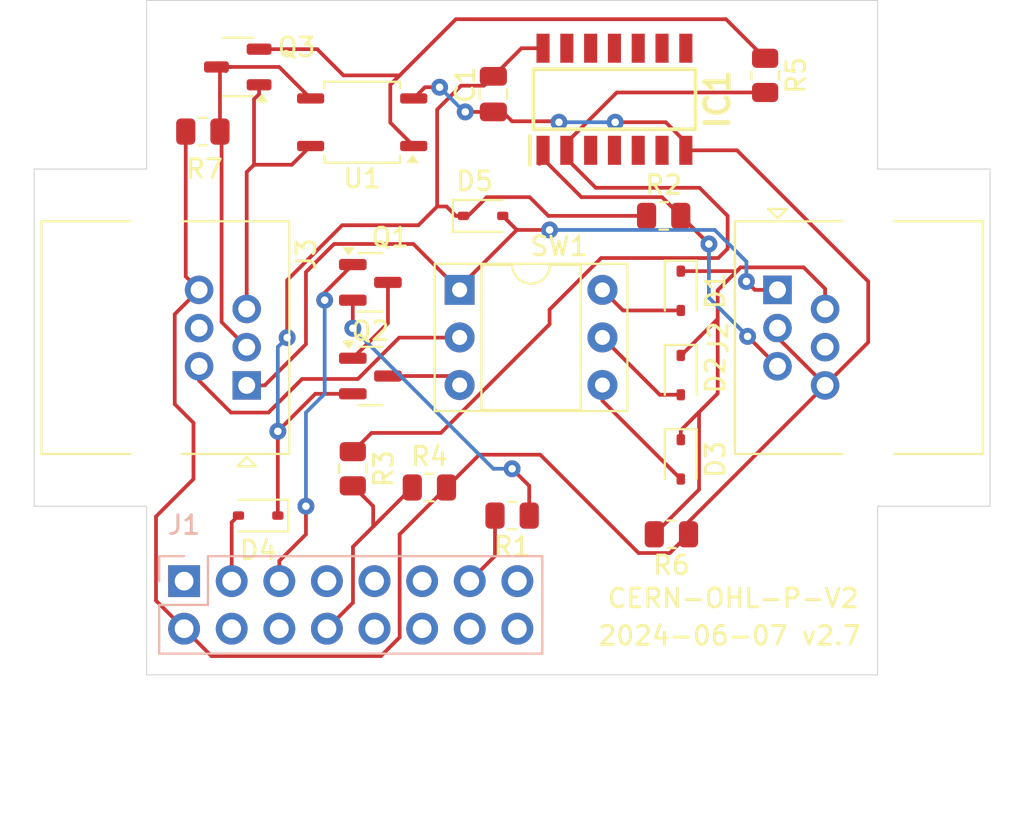
<source format=kicad_pcb>
(kicad_pcb (version 20240108) (generator "pcbnew") (generator_version "8.0")
  (layers (0 "F.Cu" signal) (31 "B.Cu" signal) (34 "B.Paste" user) (35 "F.Paste" user) (36 "B.SilkS" user "B.Silkscreen") (37 "F.SilkS" user "F.Silkscreen") (38 "B.Mask" user) (39 "F.Mask" user) (44 "Edge.Cuts" user))
  (net 0 "")
  (net 1 "VCC")
  (net 2 "meter_DATAOUT")
  (net 3 "m5_DATA_REQ")
  (net 6 "DATA_REQ")
  (net 7 "Net-(Q1-C)")
  (net 8 "+3.3V")
  (net 9 "Net-(Q1-E)")
  (net 10 "Reader_IN")
  (net 11 "EXT_DATA_GND")
  (net 19 "Net-(IC1-1Y)")
  (net 21 "METER_DATA_REQ")
  (net 34 "Net-(D1-A)")
  (net 35 "Net-(D3-A)")
  (net 36 "5V_METER")
  (net 38 "EXT_DATA_REQ")
  (net 39 "EXT_DATA")
  (net 40 "GND")
  (net 41 "Net-(D2-A)")
  (net 42 "Net-(Q3-B)")
  (net 43 "Net-(D4-A)")
  (footprint "Resistor_SMD:R_0805_2012Metric" (layer "F.Cu") (at 102 76.5 180)
    (property "Reference" "R1" (at 0 -1.65 180) (layer "F.SilkS") (effects (font (thickness 0.155))))
    (property "Value" "2k2")
    (fp_line (start -0.227064 0.735) (end 0.227064 0.735) (stroke (width 0.12)) (layer "F.SilkS"))
    (fp_line (start -0.227064 -0.735) (end 0.227064 -0.735) (stroke (width 0.12)) (layer "F.SilkS"))
    (pad "1" smd roundrect (at -0.9125 0 180) (size 1.025 1.4) (layers "F.Cu" "F.Paste" "F.Mask") (roundrect_rratio 0.243902) (net 9 "Net-(Q1-E)"))
    (pad "2" smd roundrect (at 0.9125 0 180) (size 1.025 1.4) (layers "F.Cu" "F.Paste" "F.Mask") (roundrect_rratio 0.243902) (net 3 "m5_DATA_REQ"))
  )
  (footprint "KiCad:SOIC127P600X175-14N" (layer "F.Cu") (at 107.46 54.275 90)
    (property "Reference" "IC1" (at 0 5.5 -90) (layer "F.SilkS") (effects (font (size 1.27 1.27) (thickness 0.254))))
    (property "Value" "74HC14D,653" (hide yes))
    (fp_line (start -3.5 -4.51) (end -1.95 -4.51) (stroke (width 0.2)) (layer "F.SilkS"))
    (fp_line (start 1.6 -4.325) (end 1.6 4.325) (stroke (width 0.2)) (layer "F.SilkS"))
    (fp_line (start -1.6 -4.325) (end 1.6 -4.325) (stroke (width 0.2)) (layer "F.SilkS"))
    (fp_line (start 1.6 4.325) (end -1.6 4.325) (stroke (width 0.2)) (layer "F.SilkS"))
    (fp_line (start -1.6 4.325) (end -1.6 -4.325) (stroke (width 0.2)) (layer "F.SilkS"))
    (pad "1" smd rect (at -2.725 -3.81 180) (size 0.7 1.55) (layers "F.Cu" "F.Paste" "F.Mask") (net 2 "meter_DATAOUT"))
    (pad "2" smd rect (at -2.725 -2.54 180) (size 0.7 1.55) (layers "F.Cu" "F.Paste" "F.Mask") (net 19 "Net-(IC1-1Y)"))
    (pad "3" smd rect (at -2.725 -1.27 180) (size 0.7 1.55) (layers "F.Cu" "F.Paste" "F.Mask"))
    (pad "4" smd rect (at -2.725 0 180) (size 0.7 1.55) (layers "F.Cu" "F.Paste" "F.Mask"))
    (pad "5" smd rect (at -2.725 1.27 180) (size 0.7 1.55) (layers "F.Cu" "F.Paste" "F.Mask"))
    (pad "6" smd rect (at -2.725 2.54 180) (size 0.7 1.55) (layers "F.Cu" "F.Paste" "F.Mask"))
    (pad "7" smd rect (at -2.725 3.81 180) (size 0.7 1.55) (layers "F.Cu" "F.Paste" "F.Mask") (net 40 "GND"))
    (pad "8" smd rect (at 2.725 3.81 180) (size 0.7 1.55) (layers "F.Cu" "F.Paste" "F.Mask"))
    (pad "9" smd rect (at 2.725 2.54 180) (size 0.7 1.55) (layers "F.Cu" "F.Paste" "F.Mask"))
    (pad "10" smd rect (at 2.725 1.27 180) (size 0.7 1.55) (layers "F.Cu" "F.Paste" "F.Mask"))
    (pad "11" smd rect (at 2.725 0 180) (size 0.7 1.55) (layers "F.Cu" "F.Paste" "F.Mask"))
    (pad "12" smd rect (at 2.725 -1.27 180) (size 0.7 1.55) (layers "F.Cu" "F.Paste" "F.Mask"))
    (pad "13" smd rect (at 2.725 -2.54 180) (size 0.7 1.55) (layers "F.Cu" "F.Paste" "F.Mask"))
    (pad "14" smd rect (at 2.725 -3.81 180) (size 0.7 1.55) (layers "F.Cu" "F.Paste" "F.Mask") (net 1 "VCC"))
  )
  (footprint "Connector_RJ:RJ25_Wayconn_MJEA-660X1_Horizontal" (layer "F.Cu") (at 87.84 69.55 -90)
    (property "Reference" "J3" (at -6.985 -3.175 90) (layer "F.SilkS") (effects (font (thickness 0.153))))
    (property "Value" "RJ12")
    (fp_line (start -8.76 10.95) (end 3.66 10.95) (stroke (width 0.12)) (layer "F.SilkS"))
    (fp_line (start -8.76 6.22) (end -8.76 10.95) (stroke (width 0.12)) (layer "F.SilkS"))
    (fp_line (start 3.66 6.22) (end 3.66 10.95) (stroke (width 0.12)) (layer "F.SilkS"))
    (fp_line (start 3.82 0) (end 4.32 0.5) (stroke (width 0.12)) (layer "F.SilkS"))
    (fp_line (start 4.32 -0.5) (end 4.32 0.5) (stroke (width 0.12)) (layer "F.SilkS"))
    (fp_line (start 4.32 -0.5) (end 3.82 0) (stroke (width 0.12)) (layer "F.SilkS"))
    (fp_line (start -8.76 -2.27) (end -8.76 3.47) (stroke (width 0.12)) (layer "F.SilkS"))
    (fp_line (start -8.76 -2.27) (end 3.66 -2.27) (stroke (width 0.12)) (layer "F.SilkS"))
    (fp_line (start 3.66 -2.27) (end 3.66 3.47) (stroke (width 0.12)) (layer "F.SilkS"))
    (pad "" np_thru_hole circle (at -8.55 4.84 270) (size 2.3 2.3) (drill 2.3) (layers "*.Cu" "*.Mask"))
    (pad "" np_thru_hole circle (at 3.45 4.84 270) (size 2.3 2.3) (drill 2.3) (layers "*.Cu" "*.Mask"))
    (pad "1" thru_hole rect (at 0 0 270) (size 1.52 1.52) (drill 0.9) (layers "*.Cu" "*.Mask") (net 36 "5V_METER"))
    (pad "2" thru_hole circle (at -1.02 2.54 270) (size 1.52 1.52) (drill 0.9) (layers "*.Cu" "*.Mask") (net 38 "EXT_DATA_REQ"))
    (pad "3" thru_hole circle (at -2.04 0 270) (size 1.52 1.52) (drill 0.9) (layers "*.Cu" "*.Mask") (net 11 "EXT_DATA_GND"))
    (pad "4" thru_hole circle (at -3.06 2.54 270) (size 1.52 1.52) (drill 0.9) (layers "*.Cu" "*.Mask"))
    (pad "5" thru_hole circle (at -4.08 0 270) (size 1.52 1.52) (drill 0.9) (layers "*.Cu" "*.Mask") (net 39 "EXT_DATA"))
    (pad "6" thru_hole circle (at -5.1 2.54 270) (size 1.52 1.52) (drill 0.9) (layers "*.Cu" "*.Mask") (net 40 "GND"))
  )
  (footprint "Diode_SMD:D_SOD-323" (layer "F.Cu") (at 100.45 60.5)
    (property "Reference" "D5" (at -0.45 -1.85 0) (layer "F.SilkS") (effects (font (thickness 0.153))))
    (property "Value" "1N5819WS")
    (fp_line (start -1.61 -0.85) (end -1.61 0.85) (stroke (width 0.12)) (layer "F.SilkS"))
    (fp_line (start -1.61 -0.85) (end 1.05 -0.85) (stroke (width 0.12)) (layer "F.SilkS"))
    (fp_line (start -1.61 0.85) (end 1.05 0.85) (stroke (width 0.12)) (layer "F.SilkS"))
    (pad "1" smd roundrect (at -1.05 0) (size 0.6 0.45) (layers "F.Cu" "F.Paste" "F.Mask") (net 1 "VCC"))
    (pad "2" smd roundrect (at 1.05 0) (size 0.6 0.45) (layers "F.Cu" "F.Paste" "F.Mask") (net 36 "5V_METER"))
  )
  (footprint "Resistor_SMD:R_0805_2012Metric" (layer "F.Cu") (at 85.5 56 180)
    (property "Reference" "R7" (at -0.0875 -2 180) (layer "F.SilkS") (effects (font (thickness 0.153))))
    (property "Value" "0")
    (fp_line (start -0.227064 0.735) (end 0.227064 0.735) (stroke (width 0.12)) (layer "F.SilkS"))
    (fp_line (start -0.227064 -0.735) (end 0.227064 -0.735) (stroke (width 0.12)) (layer "F.SilkS"))
    (pad "1" smd roundrect (at -0.9125 0 180) (size 1.025 1.4) (layers "F.Cu" "F.Paste" "F.Mask") (roundrect_rratio 0.243902) (net 11 "EXT_DATA_GND"))
    (pad "2" smd roundrect (at 0.9125 0 180) (size 1.025 1.4) (layers "F.Cu" "F.Paste" "F.Mask") (roundrect_rratio 0.243902) (net 40 "GND"))
  )
  (footprint "Capacitor_SMD:C_0805_2012Metric" (layer "F.Cu") (at 101 54 -90)
    (property "Reference" "C1" (at -0.5 1.5 90) (layer "F.SilkS") (effects (font (thickness 0.155))))
    (property "Value" "C_Small")
    (fp_line (start -0.261252 0.735) (end 0.261252 0.735) (stroke (width 0.12)) (layer "F.SilkS"))
    (fp_line (start -0.261252 -0.735) (end 0.261252 -0.735) (stroke (width 0.12)) (layer "F.SilkS"))
    (pad "1" smd roundrect (at -0.95 0 270) (size 1 1.45) (layers "F.Cu" "F.Paste" "F.Mask") (net 1 "VCC"))
    (pad "2" smd roundrect (at 0.95 0 270) (size 1 1.45) (layers "F.Cu" "F.Paste" "F.Mask") (net 40 "GND"))
  )
  (footprint "Package_SO:SOP-4_3.8x4.1mm_P2.54mm" (layer "F.Cu") (at 94 55.5 180)
    (property "Reference" "U1" (at 0 -3 180) (layer "F.SilkS") (effects (font (thickness 0.153))))
    (property "Value" "EL357N-G")
    (fp_line (start 2.01 2.16) (end 2.01 1.805) (stroke (width 0.12)) (layer "F.SilkS"))
    (fp_line (start 2.01 -2.16) (end 2.01 -1.805) (stroke (width 0.12)) (layer "F.SilkS"))
    (fp_line (start 0 2.16) (end 2.01 2.16) (stroke (width 0.12)) (layer "F.SilkS"))
    (fp_line (start 0 2.16) (end -2.01 2.16) (stroke (width 0.12)) (layer "F.SilkS"))
    (fp_line (start 0 -2.16) (end 2.01 -2.16) (stroke (width 0.12)) (layer "F.SilkS"))
    (fp_line (start 0 -2.16) (end -2.01 -2.16) (stroke (width 0.12)) (layer "F.SilkS"))
    (fp_line (start -2.01 2.16) (end -2.01 1.805) (stroke (width 0.12)) (layer "F.SilkS"))
    (fp_line (start -2.01 -2.16) (end -2.01 -1.805) (stroke (width 0.12)) (layer "F.SilkS"))
    (fp_poly (pts (xy -2.6875 -1.805) (xy -2.9275 -2.135) (xy -2.4475 -2.135) (xy -2.6875 -1.805)) (stroke (width 0.12)) (fill solid) (layer "F.SilkS"))
    (pad "1" smd roundrect (at -2.75 -1.27 180) (size 1.45 0.55) (layers "F.Cu" "F.Paste" "F.Mask") (net 42 "Net-(Q3-B)"))
    (pad "2" smd roundrect (at -2.75 1.27 180) (size 1.45 0.55) (layers "F.Cu" "F.Paste" "F.Mask") (net 40 "GND"))
    (pad "3" smd roundrect (at 2.75 1.27 180) (size 1.45 0.55) (layers "F.Cu" "F.Paste" "F.Mask") (net 11 "EXT_DATA_GND"))
    (pad "4" smd roundrect (at 2.75 -1.27 180) (size 1.45 0.55) (layers "F.Cu" "F.Paste" "F.Mask") (net 39 "EXT_DATA"))
  )
  (footprint "Package_TO_SOT_SMD:SOT-23" (layer "F.Cu") (at 94.4375 64.05)
    (property "Reference" "Q1" (at 1.0625 -2.4 0) (layer "F.SilkS") (effects (font (thickness 0.153))))
    (property "Value" "MMBT3904")
    (fp_line (start 0 -1.56) (end -0.65 -1.56) (stroke (width 0.12)) (layer "F.SilkS"))
    (fp_line (start 0 -1.56) (end 0.65 -1.56) (stroke (width 0.12)) (layer "F.SilkS"))
    (fp_line (start 0 1.56) (end -0.65 1.56) (stroke (width 0.12)) (layer "F.SilkS"))
    (fp_line (start 0 1.56) (end 0.65 1.56) (stroke (width 0.12)) (layer "F.SilkS"))
    (fp_poly (pts (xy -1.1625 -1.51) (xy -1.4025 -1.84) (xy -0.9225 -1.84) (xy -1.1625 -1.51)) (stroke (width 0.12)) (fill solid) (layer "F.SilkS"))
    (pad "1" smd roundrect (at -0.9375 -0.95) (size 1.475 0.6) (layers "F.Cu" "F.Paste" "F.Mask") (net 8 "+3.3V"))
    (pad "2" smd roundrect (at -0.9375 0.95) (size 1.475 0.6) (layers "F.Cu" "F.Paste" "F.Mask") (net 9 "Net-(Q1-E)"))
    (pad "3" smd roundrect (at 0.9375 0) (size 1.475 0.6) (layers "F.Cu" "F.Paste" "F.Mask") (net 7 "Net-(Q1-C)"))
  )
  (footprint "Resistor_SMD:R_0805_2012Metric" (layer "F.Cu") (at 93.5 74 -90)
    (property "Reference" "R3" (at 0 -1.65 90) (layer "F.SilkS") (effects (font (thickness 0.155))))
    (property "Value" "1k")
    (fp_line (start -0.227064 0.735) (end 0.227064 0.735) (stroke (width 0.12)) (layer "F.SilkS"))
    (fp_line (start -0.227064 -0.735) (end 0.227064 -0.735) (stroke (width 0.12)) (layer "F.SilkS"))
    (pad "1" smd roundrect (at -0.9125 0 270) (size 1.025 1.4) (layers "F.Cu" "F.Paste" "F.Mask") (roundrect_rratio 0.243902) (net 19 "Net-(IC1-1Y)"))
    (pad "2" smd roundrect (at 0.9125 0 270) (size 1.025 1.4) (layers "F.Cu" "F.Paste" "F.Mask") (roundrect_rratio 0.243902) (net 10 "Reader_IN"))
  )
  (footprint "Connector_RJ:RJ25_Wayconn_MJEA-660X1_Horizontal" (layer "F.Cu") (at 116.16 64.45 90)
    (property "Reference" "J2" (at -2.55 -3.16 -90) (layer "F.SilkS") (effects (font (thickness 0.155))))
    (property "Value" "RJ12")
    (fp_line (start 3.66 -2.27) (end 3.66 3.47) (stroke (width 0.12)) (layer "F.SilkS"))
    (fp_line (start -8.76 -2.27) (end 3.66 -2.27) (stroke (width 0.12)) (layer "F.SilkS"))
    (fp_line (start -8.76 -2.27) (end -8.76 3.47) (stroke (width 0.12)) (layer "F.SilkS"))
    (fp_line (start 4.32 -0.5) (end 3.82 0) (stroke (width 0.12)) (layer "F.SilkS"))
    (fp_line (start 4.32 -0.5) (end 4.32 0.5) (stroke (width 0.12)) (layer "F.SilkS"))
    (fp_line (start 3.82 0) (end 4.32 0.5) (stroke (width 0.12)) (layer "F.SilkS"))
    (fp_line (start 3.66 6.22) (end 3.66 10.95) (stroke (width 0.12)) (layer "F.SilkS"))
    (fp_line (start -8.76 6.22) (end -8.76 10.95) (stroke (width 0.12)) (layer "F.SilkS"))
    (fp_line (start -8.76 10.95) (end 3.66 10.95) (stroke (width 0.12)) (layer "F.SilkS"))
    (pad "" np_thru_hole circle (at -8.55 4.84 90) (size 2.3 2.3) (drill 2.3) (layers "*.Cu" "*.Mask"))
    (pad "" np_thru_hole circle (at 3.45 4.84 90) (size 2.3 2.3) (drill 2.3) (layers "*.Cu" "*.Mask"))
    (pad "1" thru_hole rect (at 0 0 90) (size 1.52 1.52) (drill 0.9) (layers "*.Cu" "*.Mask") (net 36 "5V_METER"))
    (pad "2" thru_hole circle (at -1.02 2.54 90) (size 1.52 1.52) (drill 0.9) (layers "*.Cu" "*.Mask") (net 21 "METER_DATA_REQ"))
    (pad "3" thru_hole circle (at -2.04 0 90) (size 1.52 1.52) (drill 0.9) (layers "*.Cu" "*.Mask") (net 40 "GND"))
    (pad "4" thru_hole circle (at -3.06 2.54 90) (size 1.52 1.52) (drill 0.9) (layers "*.Cu" "*.Mask"))
    (pad "5" thru_hole circle (at -4.08 0 90) (size 1.52 1.52) (drill 0.9) (layers "*.Cu" "*.Mask") (net 2 "meter_DATAOUT"))
    (pad "6" thru_hole circle (at -5.1 2.54 90) (size 1.52 1.52) (drill 0.9) (layers "*.Cu" "*.Mask") (net 40 "GND"))
  )
  (footprint "Diode_SMD:D_SOD-323" (layer "F.Cu") (at 88.45 76.5 180)
    (property "Reference" "D4" (at 0 -1.85 180) (layer "F.SilkS") (effects (font (thickness 0.153))))
    (property "Value" "1N5819WS")
    (fp_line (start -1.61 0.85) (end 1.05 0.85) (stroke (width 0.12)) (layer "F.SilkS"))
    (fp_line (start -1.61 -0.85) (end 1.05 -0.85) (stroke (width 0.12)) (layer "F.SilkS"))
    (fp_line (start -1.61 -0.85) (end -1.61 0.85) (stroke (width 0.12)) (layer "F.SilkS"))
    (pad "1" smd roundrect (at -1.05 0 180) (size 0.6 0.45) (layers "F.Cu" "F.Paste" "F.Mask") (net 1 "VCC"))
    (pad "2" smd roundrect (at 1.05 0 180) (size 0.6 0.45) (layers "F.Cu" "F.Paste" "F.Mask") (net 43 "Net-(D4-A)"))
  )
  (footprint "Package_TO_SOT_SMD:SOT-23" (layer "F.Cu") (at 94.4375 69.05)
    (property "Reference" "Q2" (at 0 -2.4 0) (layer "F.SilkS") (effects (font (thickness 0.155))))
    (property "Value" "MMBT5401")
    (fp_line (start 0 -1.56) (end -0.65 -1.56) (stroke (width 0.12)) (layer "F.SilkS"))
    (fp_line (start 0 -1.56) (end 0.65 -1.56) (stroke (width 0.12)) (layer "F.SilkS"))
    (fp_line (start 0 1.56) (end -0.65 1.56) (stroke (width 0.12)) (layer "F.SilkS"))
    (fp_line (start 0 1.56) (end 0.65 1.56) (stroke (width 0.12)) (layer "F.SilkS"))
    (fp_poly (pts (xy -1.1625 -1.51) (xy -1.4025 -1.84) (xy -0.9225 -1.84) (xy -1.1625 -1.51)) (stroke (width 0.12)) (fill solid) (layer "F.SilkS"))
    (pad "1" smd roundrect (at -0.9375 -0.95) (size 1.475 0.6) (layers "F.Cu" "F.Paste" "F.Mask") (net 7 "Net-(Q1-C)"))
    (pad "2" smd roundrect (at -0.9375 0.95) (size 1.475 0.6) (layers "F.Cu" "F.Paste" "F.Mask") (net 1 "VCC"))
    (pad "3" smd roundrect (at 0.9375 0) (size 1.475 0.6) (layers "F.Cu" "F.Paste" "F.Mask") (net 6 "DATA_REQ"))
  )
  (footprint "Resistor_SMD:R_0805_2012Metric" (layer "F.Cu") (at 115.5 53 -90)
    (property "Reference" "R5" (at 0 -1.65 90) (layer "F.SilkS") (effects (font (thickness 0.153))))
    (property "Value" "680")
    (fp_line (start -0.227064 0.735) (end 0.227064 0.735) (stroke (width 0.12)) (layer "F.SilkS"))
    (fp_line (start -0.227064 -0.735) (end 0.227064 -0.735) (stroke (width 0.12)) (layer "F.SilkS"))
    (pad "1" smd roundrect (at -0.9125 0 270) (size 1.025 1.4) (layers "F.Cu" "F.Paste" "F.Mask") (roundrect_rratio 0.243902) (net 42 "Net-(Q3-B)"))
    (pad "2" smd roundrect (at 0.9125 0 270) (size 1.025 1.4) (layers "F.Cu" "F.Paste" "F.Mask") (roundrect_rratio 0.243902) (net 19 "Net-(IC1-1Y)"))
  )
  (footprint "Resistor_SMD:R_0805_2012Metric" (layer "F.Cu") (at 97.5875 75)
    (property "Reference" "R4" (at 0 -1.65 0) (layer "F.SilkS") (effects (font (thickness 0.155))))
    (property "Value" "2k2")
    (fp_line (start -0.227064 -0.735) (end 0.227064 -0.735) (stroke (width 0.12)) (layer "F.SilkS"))
    (fp_line (start -0.227064 0.735) (end 0.227064 0.735) (stroke (width 0.12)) (layer "F.SilkS"))
    (pad "1" smd roundrect (at -0.9125 0) (size 1.025 1.4) (layers "F.Cu" "F.Paste" "F.Mask") (roundrect_rratio 0.243902) (net 10 "Reader_IN"))
    (pad "2" smd roundrect (at 0.9125 0) (size 1.025 1.4) (layers "F.Cu" "F.Paste" "F.Mask") (roundrect_rratio 0.243902) (net 40 "GND"))
  )
  (footprint "Package_DIP:DIP-6_W7.62mm_Socket" (layer "F.Cu") (at 99.2 64.45)
    (property "Reference" "SW1" (at 5.3 -2.33 0) (layer "F.SilkS") (effects (font (thickness 0.153))))
    (property "Value" "KF1001-03P-R0-GL-DFT-01B")
    (fp_line (start -1.33 -1.39) (end -1.33 6.47) (stroke (width 0.12)) (layer "F.SilkS"))
    (fp_line (start -1.33 6.47) (end 8.95 6.47) (stroke (width 0.12)) (layer "F.SilkS"))
    (fp_line (start 1.16 -1.33) (end 1.16 6.41) (stroke (width 0.12)) (layer "F.SilkS"))
    (fp_line (start 1.16 6.41) (end 6.46 6.41) (stroke (width 0.12)) (layer "F.SilkS"))
    (fp_line (start 2.81 -1.33) (end 1.16 -1.33) (stroke (width 0.12)) (layer "F.SilkS"))
    (fp_line (start 6.46 -1.33) (end 4.81 -1.33) (stroke (width 0.12)) (layer "F.SilkS"))
    (fp_line (start 6.46 6.41) (end 6.46 -1.33) (stroke (width 0.12)) (layer "F.SilkS"))
    (fp_line (start 8.95 -1.39) (end -1.33 -1.39) (stroke (width 0.12)) (layer "F.SilkS"))
    (fp_line (start 8.95 6.47) (end 8.95 -1.39) (stroke (width 0.12)) (layer "F.SilkS"))
    (fp_arc (start 4.81 -1.33) (mid 3.81 -0.33) (end 2.81 -1.33) (stroke (width 0.12)) (layer "F.SilkS"))
    (pad "1" thru_hole rect (at 0 0) (size 1.6 1.6) (drill 0.8) (layers "*.Cu" "*.Mask") (net 36 "5V_METER"))
    (pad "2" thru_hole oval (at 0 2.54) (size 1.6 1.6) (drill 0.8) (layers "*.Cu" "*.Mask") (net 38 "EXT_DATA_REQ"))
    (pad "3" thru_hole oval (at 0 5.08) (size 1.6 1.6) (drill 0.8) (layers "*.Cu" "*.Mask") (net 6 "DATA_REQ"))
    (pad "4" thru_hole oval (at 7.62 5.08) (size 1.6 1.6) (drill 0.8) (layers "*.Cu" "*.Mask") (net 35 "Net-(D3-A)"))
    (pad "5" thru_hole oval (at 7.62 2.54) (size 1.6 1.6) (drill 0.8) (layers "*.Cu" "*.Mask") (net 41 "Net-(D2-A)"))
    (pad "6" thru_hole oval (at 7.62 0) (size 1.6 1.6) (drill 0.8) (layers "*.Cu" "*.Mask") (net 34 "Net-(D1-A)"))
  )
  (footprint "Diode_SMD:D_SOD-323" (layer "F.Cu") (at 111 64.5 -90)
    (property "Reference" "D1" (at 0 -1.85 90) (layer "F.SilkS") (effects (font (thickness 0.153))))
    (property "Value" "1N5819WS")
    (fp_line (start -1.61 0.85) (end 1.05 0.85) (stroke (width 0.12)) (layer "F.SilkS"))
    (fp_line (start -1.61 -0.85) (end -1.61 0.85) (stroke (width 0.12)) (layer "F.SilkS"))
    (fp_line (start -1.61 -0.85) (end 1.05 -0.85) (stroke (width 0.12)) (layer "F.SilkS"))
    (pad "1" smd roundrect (at -1.05 0 270) (size 0.6 0.45) (layers "F.Cu" "F.Paste" "F.Mask") (net 21 "METER_DATA_REQ"))
    (pad "2" smd roundrect (at 1.05 0 270) (size 0.6 0.45) (layers "F.Cu" "F.Paste" "F.Mask") (net 34 "Net-(D1-A)"))
  )
  (footprint "Diode_SMD:D_SOD-323" (layer "F.Cu") (at 111 69 -90)
    (property "Reference" "D2" (at 0 -1.85 90) (layer "F.SilkS") (effects (font (thickness 0.153))))
    (property "Value" "1N5819WS")
    (fp_line (start -1.61 0.85) (end 1.05 0.85) (stroke (width 0.12)) (layer "F.SilkS"))
    (fp_line (start -1.61 -0.85) (end -1.61 0.85) (stroke (width 0.12)) (layer "F.SilkS"))
    (fp_line (start -1.61 -0.85) (end 1.05 -0.85) (stroke (width 0.12)) (layer "F.SilkS"))
    (pad "1" smd roundrect (at -1.05 0 270) (size 0.6 0.45) (layers "F.Cu" "F.Paste" "F.Mask") (net 21 "METER_DATA_REQ"))
    (pad "2" smd roundrect (at 1.05 0 270) (size 0.6 0.45) (layers "F.Cu" "F.Paste" "F.Mask") (net 41 "Net-(D2-A)"))
  )
  (footprint "Package_TO_SOT_SMD:SOT-23-3" (layer "F.Cu") (at 87.3625 52.55 180)
    (property "Reference" "Q3" (at -3.1375 1.05 180) (layer "F.SilkS") (effects (font (thickness 0.153))))
    (property "Value" "TBC847_E_20160525")
    (fp_line (start 0 1.56) (end 0.8 1.56) (stroke (width 0.12)) (layer "F.SilkS"))
    (fp_line (start 0 1.56) (end -0.8 1.56) (stroke (width 0.12)) (layer "F.SilkS"))
    (fp_line (start 0 -1.56) (end 0.8 -1.56) (stroke (width 0.12)) (layer "F.SilkS"))
    (fp_line (start 0 -1.56) (end -0.8 -1.56) (stroke (width 0.12)) (layer "F.SilkS"))
    (fp_poly (pts (xy -1.3 -1.51) (xy -1.54 -1.84) (xy -1.06 -1.84) (xy -1.3 -1.51)) (stroke (width 0.12)) (fill solid) (layer "F.SilkS"))
    (pad "1" smd roundrect (at -1.1375 -0.95 180) (size 1.325 0.6) (layers "F.Cu" "F.Paste" "F.Mask") (net 39 "EXT_DATA"))
    (pad "2" smd roundrect (at -1.1375 0.95 180) (size 1.325 0.6) (layers "F.Cu" "F.Paste" "F.Mask") (net 42 "Net-(Q3-B)"))
    (pad "3" smd roundrect (at 1.1375 0 180) (size 1.325 0.6) (layers "F.Cu" "F.Paste" "F.Mask") (net 11 "EXT_DATA_GND"))
  )
  (footprint "Diode_SMD:D_SOD-323" (layer "F.Cu") (at 111 73.5 -90)
    (property "Reference" "D3" (at 0 -1.85 90) (layer "F.SilkS") (effects (font (thickness 0.153))))
    (property "Value" "1N5819WS")
    (fp_line (start -1.61 0.85) (end 1.05 0.85) (stroke (width 0.12)) (layer "F.SilkS"))
    (fp_line (start -1.61 -0.85) (end -1.61 0.85) (stroke (width 0.12)) (layer "F.SilkS"))
    (fp_line (start -1.61 -0.85) (end 1.05 -0.85) (stroke (width 0.12)) (layer "F.SilkS"))
    (pad "1" smd roundrect (at -1.05 0 270) (size 0.6 0.45) (layers "F.Cu" "F.Paste" "F.Mask") (net 21 "METER_DATA_REQ"))
    (pad "2" smd roundrect (at 1.05 0 270) (size 0.6 0.45) (layers "F.Cu" "F.Paste" "F.Mask") (net 35 "Net-(D3-A)"))
  )
  (footprint "Resistor_SMD:R_0805_2012Metric" (layer "F.Cu") (at 110.5 77.5 180)
    (property "Reference" "R6" (at 0 -1.65 180) (layer "F.SilkS") (effects (font (thickness 0.153))))
    (property "Value" "10k")
    (fp_line (start -0.227064 0.735) (end 0.227064 0.735) (stroke (width 0.12)) (layer "F.SilkS"))
    (fp_line (start -0.227064 -0.735) (end 0.227064 -0.735) (stroke (width 0.12)) (layer "F.SilkS"))
    (pad "1" smd roundrect (at -0.9125 0 180) (size 1.025 1.4) (layers "F.Cu" "F.Paste" "F.Mask") (roundrect_rratio 0.243902) (net 40 "GND"))
    (pad "2" smd roundrect (at 0.9125 0 180) (size 1.025 1.4) (layers "F.Cu" "F.Paste" "F.Mask") (roundrect_rratio 0.243902) (net 21 "METER_DATA_REQ"))
  )
  (footprint "Resistor_SMD:R_0805_2012Metric" (layer "F.Cu") (at 110.0875 60.5)
    (property "Reference" "R2" (at 0 -1.65 0) (layer "F.SilkS") (effects (font (thickness 0.155))))
    (property "Value" "1k")
    (fp_line (start -0.227064 -0.735) (end 0.227064 -0.735) (stroke (width 0.12)) (layer "F.SilkS"))
    (fp_line (start -0.227064 0.735) (end 0.227064 0.735) (stroke (width 0.12)) (layer "F.SilkS"))
    (pad "1" smd roundrect (at -0.9125 0) (size 1.025 1.4) (layers "F.Cu" "F.Paste" "F.Mask") (roundrect_rratio 0.243902) (net 1 "VCC"))
    (pad "2" smd roundrect (at 0.9125 0) (size 1.025 1.4) (layers "F.Cu" "F.Paste" "F.Mask") (roundrect_rratio 0.243902) (net 2 "meter_DATAOUT"))
  )
  (footprint "Connector_PinHeader_2.54mm:PinHeader_2x08_P2.54mm_Vertical" (layer "B.Cu") (at 84.5 80 -90)
    (property "Reference" "J1" (at -3 0 180) (layer "B.SilkS") (effects (font (thickness 0.155))))
    (property "Value" "Conn_02x08_Counter_Clockwise")
    (fp_line (start -1.33 1.33) (end -1.33 0) (stroke (width 0.12)) (layer "B.SilkS"))
    (fp_line (start 0 1.33) (end -1.33 1.33) (stroke (width 0.12)) (layer "B.SilkS"))
    (fp_line (start 1.27 1.33) (end 1.27 -1.27) (stroke (width 0.12)) (layer "B.SilkS"))
    (fp_line (start 3.87 1.33) (end 1.27 1.33) (stroke (width 0.12)) (layer "B.SilkS"))
    (fp_line (start 1.27 -1.27) (end -1.33 -1.27) (stroke (width 0.12)) (layer "B.SilkS"))
    (fp_line (start -1.33 -19.11) (end -1.33 -1.27) (stroke (width 0.12)) (layer "B.SilkS"))
    (fp_line (start 3.87 -19.11) (end 3.87 1.33) (stroke (width 0.12)) (layer "B.SilkS"))
    (fp_line (start 3.87 -19.11) (end -1.33 -19.11) (stroke (width 0.12)) (layer "B.SilkS"))
    (pad "3V3" thru_hole oval (at 0 -5.08 270) (size 1.7 1.7) (drill 1) (layers "*.Cu" "*.Mask") (net 8 "+3.3V"))
    (pad "5VIN" thru_hole oval (at 2.54 -2.54 270) (size 1.7 1.7) (drill 1) (layers "*.Cu" "*.Mask"))
    (pad "5VOUT" thru_hole oval (at 0 -2.54 270) (size 1.7 1.7) (drill 1) (layers "*.Cu" "*.Mask") (net 43 "Net-(D4-A)"))
    (pad "BAT" thru_hole rect (at 0 0 270) (size 1.7 1.7) (drill 1) (layers "*.Cu" "*.Mask"))
    (pad "G13" thru_hole oval (at 2.54 -7.62 270) (size 1.7 1.7) (drill 1) (layers "*.Cu" "*.Mask") (net 10 "Reader_IN"))
    (pad "G14" thru_hole oval (at 0 -7.62 270) (size 1.7 1.7) (drill 1) (layers "*.Cu" "*.Mask"))
    (pad "G18" thru_hole oval (at 2.54 -12.7 270) (size 1.7 1.7) (drill 1) (layers "*.Cu" "*.Mask"))
    (pad "G21" thru_hole oval (at 2.54 -10.16 270) (size 1.7 1.7) (drill 1) (layers "*.Cu" "*.Mask"))
    (pad "G22" thru_hole oval (at 0 -10.16 270) (size 1.7 1.7) (drill 1) (layers "*.Cu" "*.Mask"))
    (pad "G23" thru_hole oval (at 2.54 -17.78 270) (size 1.7 1.7) (drill 1) (layers "*.Cu" "*.Mask"))
    (pad "G25" thru_hole oval (at 0 -17.78 270) (size 1.7 1.7) (drill 1) (layers "*.Cu" "*.Mask"))
    (pad "G26" thru_hole oval (at 0 -15.24 270) (size 1.7 1.7) (drill 1) (layers "*.Cu" "*.Mask") (net 3 "m5_DATA_REQ"))
    (pad "G34" thru_hole oval (at 2.54 -15.24 270) (size 1.7 1.7) (drill 1) (layers "*.Cu" "*.Mask"))
    (pad "G36" thru_hole oval (at 0 -12.7 270) (size 1.7 1.7) (drill 1) (layers "*.Cu" "*.Mask"))
    (pad "GND" thru_hole oval (at 2.54 0 270) (size 1.7 1.7) (drill 1) (layers "*.Cu" "*.Mask") (net 40 "GND"))
    (pad "RST" thru_hole oval (at 2.54 -5.08 270) (size 1.7 1.7) (drill 1) (layers "*.Cu" "*.Mask"))
  )
  (gr_line (start 121.5 58) (end 127.5 58) (stroke (width 0.05)) (layer "Edge.Cuts"))
  (gr_line (start 82.5 76) (end 76.5 76) (stroke (width 0.05)) (layer "Edge.Cuts"))
  (gr_line (start 82.5 49) (end 82.5 58) (stroke (width 0.05)) (layer "Edge.Cuts"))
  (gr_line (start 121.5 49) (end 82.5 49) (stroke (width 0.05)) (layer "Edge.Cuts"))
  (gr_line (start 76.5 58) (end 76.5 76) (stroke (width 0.05)) (layer "Edge.Cuts"))
  (gr_line (start 121.5 85) (end 82.5 85) (stroke (width 0.05)) (layer "Edge.Cuts"))
  (gr_line (start 121.5 85) (end 121.5 76) (stroke (width 0.05)) (layer "Edge.Cuts"))
  (gr_line (start 76.5 58) (end 82.5 58) (stroke (width 0.05)) (layer "Edge.Cuts"))
  (gr_line (start 127.5 58) (end 127.5 76) (stroke (width 0.05)) (layer "Edge.Cuts"))
  (gr_line (start 127.5 76) (end 121.5 76) (stroke (width 0.05)) (layer "Edge.Cuts"))
  (gr_line (start 121.5 49) (end 121.5 58) (stroke (width 0.05)) (layer "Edge.Cuts"))
  (gr_line (start 82.5 85) (end 82.5 76) (stroke (width 0.05)) (layer "Edge.Cuts"))
  (gr_text "2024-06-07 v2.7" (at 106.5 83.5 0) (layer "F.SilkS") (effects (font (size 1 1) (thickness 0.155)) (justify left bottom)))
  (gr_text "CERN-OHL-P-V2\n" (at 107 81.5 0) (layer "F.SilkS") (effects (font (size 1 1) (thickness 0.155)) (justify left bottom)))
  (segment (start 102.5 51.55) (end 101 53.05) (width 0.2) (layer "F.Cu") (net 1))
  (segment (start 98 60) (end 98 54.825) (width 0.2) (layer "F.Cu") (net 1))
  (segment (start 102.934314 59.5) (end 103.934314 60.5) (width 0.2) (layer "F.Cu") (net 1))
  (segment (start 90 63.934315) (end 92.934315 61) (width 0.2) (layer "F.Cu") (net 1))
  (segment (start 103.934314 60.5) (end 109.175 60.5) (width 0.2) (layer "F.Cu") (net 1))
  (segment (start 99.275 53.55) (end 100.5 53.55) (width 0.2) (layer "F.Cu") (net 1))
  (segment (start 90 67) (end 90 63.934315) (width 0.2) (layer "F.Cu") (net 1))
  (segment (start 91.5 70) (end 93.5 70) (width 0.2) (layer "F.Cu") (net 1))
  (segment (start 92.934315 61) (end 94 61) (width 0.2) (layer "F.Cu") (net 1))
  (segment (start 99.4 60.5) (end 99.65 60.5) (width 0.2) (layer "F.Cu") (net 1))
  (segment (start 99.4 60.5) (end 99 60.5) (width 0.2) (layer "F.Cu") (net 1))
  (segment (start 103.65 51.55) (end 102.5 51.55) (width 0.2) (layer "F.Cu") (net 1))
  (segment (start 100.5 53.55) (end 101 53.05) (width 0.2) (layer "F.Cu") (net 1))
  (segment (start 97 61) (end 98 60) (width 0.2) (layer "F.Cu") (net 1))
  (segment (start 99.65 60.5) (end 100.65 59.5) (width 0.2) (layer "F.Cu") (net 1))
  (segment (start 99 60.5) (end 98.5 60) (width 0.2) (layer "F.Cu") (net 1))
  (segment (start 89.5 72) (end 91.5 70) (width 0.2) (layer "F.Cu") (net 1))
  (segment (start 89.5 76.5) (end 89.5 72) (width 0.2) (layer "F.Cu") (net 1))
  (segment (start 100.65 59.5) (end 102.934314 59.5) (width 0.2) (layer "F.Cu") (net 1))
  (segment (start 94 61) (end 97 61) (width 0.2) (layer "F.Cu") (net 1))
  (segment (start 98 60) (end 98.5 60) (width 0.2) (layer "F.Cu") (net 1))
  (segment (start 98 54.825) (end 99.275 53.55) (width 0.2) (layer "F.Cu") (net 1))
  (via (at 89.5 72) (size 0.9) (drill 0.4) (layers "F.Cu" "B.Cu") (net 1))
  (via (at 90 67) (size 0.9) (drill 0.4) (layers "F.Cu" "B.Cu") (net 1))
  (segment (start 89.5 67.5) (end 90 67) (width 0.2) (layer "B.Cu") (net 1))
  (segment (start 89.5 72) (end 89.5 67.5) (width 0.2) (layer "B.Cu") (net 1))
  (segment (start 103.65 57) (end 103.65 57.455) (width 0.2) (layer "F.Cu") (net 2))
  (segment (start 105.695 59.5) (end 110 59.5) (width 0.2) (layer "F.Cu") (net 2))
  (segment (start 112.5 62) (end 111 60.5) (width 0.2) (layer "F.Cu") (net 2))
  (segment (start 110 59.5) (end 111 60.5) (width 0.2) (layer "F.Cu") (net 2))
  (segment (start 103.46 56.75) (end 103.46 57.725) (width 0.2) (layer "F.Cu") (net 2))
  (segment (start 114.565 66.935) (end 116.16 68.53) (width 0.2) (layer "F.Cu") (net 2))
  (segment (start 103.65 57.455) (end 105.695 59.5) (width 0.2) (layer "F.Cu") (net 2))
  (via (at 114.565 66.935) (size 0.9) (drill 0.4) (layers "F.Cu" "B.Cu") (net 2))
  (via (at 112.5 62) (size 0.9) (drill 0.4) (layers "F.Cu" "B.Cu") (net 2))
  (segment (start 114.565 66.935) (end 112.5 64.87) (width 0.2) (layer "B.Cu") (net 2))
  (segment (start 112.5 64.87) (end 112.5 62) (width 0.2) (layer "B.Cu") (net 2))
  (segment (start 99.74 80) (end 101.0875 78.6525) (width 0.2) (layer "F.Cu") (net 3))
  (segment (start 101.0875 78.6525) (end 101.0875 76.5) (width 0.2) (layer "F.Cu") (net 3))
  (segment (start 98.7 69.05) (end 99.19 69.54) (width 0.2) (layer "F.Cu") (net 6))
  (segment (start 95.375 69.05) (end 98.7 69.05) (width 0.2) (layer "F.Cu") (net 6))
  (segment (start 93.5 68.1) (end 95.375 66.225) (width 0.2) (layer "F.Cu") (net 7))
  (segment (start 95.375 66.225) (end 95.375 64.05) (width 0.2) (layer "F.Cu") (net 7))
  (segment (start 91 77.5) (end 89.58 78.92) (width 0.2) (layer "F.Cu") (net 8))
  (segment (start 91 76) (end 91 77.5) (width 0.2) (layer "F.Cu") (net 8))
  (segment (start 92 64.6) (end 93.5 63.1) (width 0.2) (layer "F.Cu") (net 8))
  (segment (start 89.58 78.92) (end 89.58 80) (width 0.2) (layer "F.Cu") (net 8))
  (segment (start 92 65) (end 92 64.6) (width 0.2) (layer "F.Cu") (net 8))
  (via (at 92 65) (size 0.9) (drill 0.4) (layers "F.Cu" "B.Cu") (net 8))
  (via (at 91 76) (size 0.9) (drill 0.4) (layers "F.Cu" "B.Cu") (net 8))
  (segment (start 91 71) (end 92 70) (width 0.2) (layer "B.Cu") (net 8))
  (segment (start 92 70) (end 92 65) (width 0.2) (layer "B.Cu") (net 8))
  (segment (start 91 76) (end 91 71) (width 0.2) (layer "B.Cu") (net 8))
  (segment (start 102 74) (end 102.9125 74.9125) (width 0.2) (layer "F.Cu") (net 9))
  (segment (start 102.9125 74.9125) (end 102.9125 76.5) (width 0.2) (layer "F.Cu") (net 9))
  (segment (start 93.5 66.5) (end 93.5 65) (width 0.2) (layer "F.Cu") (net 9))
  (via (at 102 74) (size 0.9) (drill 0.4) (layers "F.Cu" "B.Cu") (net 9))
  (via (at 93.5 66.5) (size 0.9) (drill 0.4) (layers "F.Cu" "B.Cu") (net 9))
  (segment (start 93.5 66.5) (end 101 74) (width 0.2) (layer "B.Cu") (net 9))
  (segment (start 101 74) (end 102 74) (width 0.2) (layer "B.Cu") (net 9))
  (segment (start 95.0875 76.5875) (end 94.5875 77.0875) (width 0.2) (layer "F.Cu") (net 10))
  (segment (start 94.5875 76) (end 93.5 74.9125) (width 0.2) (layer "F.Cu") (net 10))
  (segment (start 93.51 78.165) (end 95.0875 76.5875) (width 0.2) (layer "F.Cu") (net 10))
  (segment (start 95.0875 76.5875) (end 96.675 75) (width 0.2) (layer "F.Cu") (net 10))
  (segment (start 92.12 82.54) (end 93.51 81.15) (width 0.2) (layer "F.Cu") (net 10))
  (segment (start 93.51 81.15) (end 93.51 78.165) (width 0.2) (layer "F.Cu") (net 10))
  (segment (start 94.5875 77.0875) (end 94.5875 76) (width 0.2) (layer "F.Cu") (net 10))
  (segment (start 86.5 56.0875) (end 86.5 66.17) (width 0.2) (layer "F.Cu") (net 11))
  (segment (start 89.57 52.55) (end 87 52.55) (width 0.2) (layer "F.Cu") (net 11))
  (segment (start 86.725 52.55) (end 86.725 52.775) (width 0.2) (layer "F.Cu") (net 11))
  (segment (start 87.84 66.99) (end 87.84 67.51) (width 0.2) (layer "F.Cu") (net 11))
  (segment (start 86.5 66.17) (end 87.84 67.51) (width 0.2) (layer "F.Cu") (net 11))
  (segment (start 86.4125 56) (end 86.5 56.0875) (width 0.2) (layer "F.Cu") (net 11))
  (segment (start 86.225 52.55) (end 87 52.55) (width 0.2) (layer "F.Cu") (net 11))
  (segment (start 86.4125 56) (end 86.4125 52.7375) (width 0.2) (layer "F.Cu") (net 11))
  (segment (start 86.4125 52.7375) (end 86.225 52.55) (width 0.2) (layer "F.Cu") (net 11))
  (segment (start 91.25 54.23) (end 89.57 52.55) (width 0.2) (layer "F.Cu") (net 11))
  (segment (start 87 52.55) (end 86.725 52.55) (width 0.2) (layer "F.Cu") (net 11))
  (segment (start 113.5 62.25) (end 113.5 60.5) (width 0.2) (layer "F.Cu") (net 19))
  (segment (start 106.465 59) (end 104.92 57.455) (width 0.2) (layer "F.Cu") (net 19))
  (segment (start 104.92 56.575) (end 107.5825 53.9125) (width 0.2) (layer "F.Cu") (net 19))
  (segment (start 93.5 73.0875) (end 94.5 72.0875) (width 0.2) (layer "F.Cu") (net 19))
  (segment (start 104.92 57) (end 104.92 56.575) (width 0.2) (layer "F.Cu") (net 19))
  (segment (start 112 59) (end 106.465 59) (width 0.2) (layer "F.Cu") (net 19))
  (segment (start 104 65.5) (end 106.75 62.75) (width 0.2) (layer "F.Cu") (net 19))
  (segment (start 106.75 62.75) (end 113 62.75) (width 0.2) (layer "F.Cu") (net 19))
  (segment (start 94.5 72.0875) (end 98.198135 72.0875) (width 0.2) (layer "F.Cu") (net 19))
  (segment (start 113.5 60.5) (end 112 59) (width 0.2) (layer "F.Cu") (net 19))
  (segment (start 115.5 53.9125) (end 107.5825 53.9125) (width 0.2) (layer "F.Cu") (net 19))
  (segment (start 98.198135 72.0875) (end 104 66.285635) (width 0.2) (layer "F.Cu") (net 19))
  (segment (start 113 62.75) (end 113.5 62.25) (width 0.2) (layer "F.Cu") (net 19))
  (segment (start 104.92 57.455) (end 104.92 57) (width 0.2) (layer "F.Cu") (net 19))
  (segment (start 104 66.285635) (end 104 65.5) (width 0.2) (layer "F.Cu") (net 19))
  (segment (start 112.969669 69.980331) (end 112.969669 66) (width 0.2) (layer "F.Cu") (net 21))
  (segment (start 111 67.95) (end 111.019669 67.95) (width 0.2) (layer "F.Cu") (net 21))
  (segment (start 111 63.45) (end 113.989339 63.45) (width 0.2) (layer "F.Cu") (net 21))
  (segment (start 111 71.95) (end 111.975 70.975) (width 0.2) (layer "F.Cu") (net 21))
  (segment (start 109.5875 77.5) (end 111.975 75.1125) (width 0.2) (layer "F.Cu") (net 21))
  (segment (start 118.7 64.395198) (end 118.7 65.47) (width 0.2) (layer "F.Cu") (net 21))
  (segment (start 111.019669 67.95) (end 112.969669 66) (width 0.2) (layer "F.Cu") (net 21))
  (segment (start 114.189339 63.25) (end 112.969669 64.469669) (width 0.2) (layer "F.Cu") (net 21))
  (segment (start 114.189339 63.25) (end 117.554802 63.25) (width 0.2) (layer "F.Cu") (net 21))
  (segment (start 111.975 70.975) (end 112.969669 69.980331) (width 0.2) (layer "F.Cu") (net 21))
  (segment (start 113.989339 63.45) (end 114.189339 63.25) (width 0.2) (layer "F.Cu") (net 21))
  (segment (start 111.975 75.1125) (end 111.975 70.975) (width 0.2) (layer "F.Cu") (net 21))
  (segment (start 111 72.45) (end 111 71.95) (width 0.2) (layer "F.Cu") (net 21))
  (segment (start 112.969669 66) (end 112.969669 64.469669) (width 0.2) (layer "F.Cu") (net 21))
  (segment (start 117.554802 63.25) (end 118.7 64.395198) (width 0.2) (layer "F.Cu") (net 21))
  (segment (start 107.27 64) (end 106.82 64.45) (width 0.2) (layer "F.Cu") (net 34))
  (segment (start 106.82 64.45) (end 107.92 65.55) (width 0.2) (layer "F.Cu") (net 34))
  (segment (start 107.92 65.55) (end 111 65.55) (width 0.2) (layer "F.Cu") (net 34))
  (segment (start 106.82 69.53) (end 106.82 70.37) (width 0.2) (layer "F.Cu") (net 35))
  (segment (start 106.82 70.37) (end 111 74.55) (width 0.2) (layer "F.Cu") (net 35))
  (segment (start 96.73 62) (end 92.5 62) (width 0.2) (layer "F.Cu") (net 36))
  (segment (start 91 67.35) (end 88.8 69.55) (width 0.2) (layer "F.Cu") (net 36))
  (segment (start 99.19 64.31) (end 99.19 64.46) (width 0.2) (layer "F.Cu") (net 36))
  (segment (start 101.5 60.5) (end 102.25 61.25) (width 0.2) (layer "F.Cu") (net 36))
  (segment (start 116.16 64.45) (end 114.95 64.45) (width 0.2) (layer "F.Cu") (net 36))
  (segment (start 102.25 61.25) (end 99.19 64.31) (width 0.2) (layer "F.Cu") (net 36))
  (segment (start 92.5 62) (end 91 63.5) (width 0.2) (layer "F.Cu") (net 36))
  (segment (start 88.8 69.55) (end 87.84 69.55) (width 0.2) (layer "F.Cu") (net 36))
  (segment (start 91 63.5) (end 91 67.35) (width 0.2) (layer "F.Cu") (net 36))
  (segment (start 102.25 61.25) (end 104 61.25) (width 0.2) (layer "F.Cu") (net 36))
  (segment (start 99.19 64.46) (end 96.73 62) (width 0.2) (layer "F.Cu") (net 36))
  (segment (start 114.95 64.45) (end 114.5 64) (width 0.2) (layer "F.Cu") (net 36))
  (via (at 104 61.25) (size 0.9) (drill 0.4) (layers "F.Cu" "B.Cu") (net 36))
  (via (at 114.5 64) (size 0.9) (drill 0.4) (layers "F.Cu" "B.Cu") (net 36))
  (segment (start 104 61.25) (end 112.810661 61.25) (width 0.2) (layer "B.Cu") (net 36))
  (segment (start 114.5 62.939339) (end 114.5 64) (width 0.2) (layer "B.Cu") (net 36))
  (segment (start 112.810661 61.25) (end 114.5 62.939339) (width 0.2) (layer "B.Cu") (net 36))
  (segment (start 85.3 69.3) (end 85.3 68.53) (width 0.2) (layer "F.Cu") (net 38))
  (segment (start 95.978052 67) (end 93.770209 69.207843) (width 0.2) (layer "F.Cu") (net 38))
  (segment (start 89 71) (end 87 71) (width 0.2) (layer "F.Cu") (net 38))
  (segment (start 87 71) (end 85.3 69.3) (width 0.2) (layer "F.Cu") (net 38))
  (segment (start 93.770209 69.207843) (end 90.792157 69.207843) (width 0.2) (layer "F.Cu") (net 38))
  (segment (start 90.792157 69.207843) (end 89 71) (width 0.2) (layer "F.Cu") (net 38))
  (segment (start 99.19 67) (end 95.978052 67) (width 0.2) (layer "F.Cu") (net 38))
  (segment (start 91.25 56.77) (end 90.25 57.77) (width 0.2) (layer "F.Cu") (net 39))
  (segment (start 88.5 53.5) (end 88.5 54) (width 0.2) (layer "F.Cu") (net 39))
  (segment (start 88.23 54.27) (end 88.23 57.77) (width 0.2) (layer "F.Cu") (net 39))
  (segment (start 87.84 65.47) (end 87.84 58.16) (width 0.2) (layer "F.Cu") (net 39))
  (segment (start 88.5 54) (end 88.23 54.27) (width 0.2) (layer "F.Cu") (net 39))
  (segment (start 87.84 58.16) (end 88.23 57.77) (width 0.2) (layer "F.Cu") (net 39))
  (segment (start 90.25 57.77) (end 88.23 57.77) (width 0.2) (layer "F.Cu") (net 39))
  (segment (start 100.25 73.25) (end 103.5 73.25) (width 0.2) (layer "F.Cu") (net 40))
  (segment (start 98.5 75) (end 100.25 73.25) (width 0.2) (layer "F.Cu") (net 40))
  (segment (start 96 83) (end 96 77.5) (width 0.2) (layer "F.Cu") (net 40))
  (segment (start 108.75 78.5) (end 110.4125 78.5) (width 0.2) (layer "F.Cu") (net 40))
  (segment (start 103.5 73.25) (end 108.75 78.5) (width 0.2) (layer "F.Cu") (net 40))
  (segment (start 121 67.25) (end 118.7 69.55) (width 0.2) (layer "F.Cu") (net 40))
  (segment (start 85 74.55) (end 85 71.55) (width 0.2) (layer "F.Cu") (net 40))
  (segment (start 83 76.55) (end 85 74.55) (width 0.2) (layer "F.Cu") (net 40))
  (segment (start 97.347831 53.632169) (end 96.75 54.23) (width 0.2) (layer "F.Cu") (net 40))
  (segment (start 84 65.75) (end 85.3 64.45) (width 0.2) (layer "F.Cu") (net 40))
  (segment (start 111.4125 77.5) (end 111.4125 76.8375) (width 0.2) (layer "F.Cu") (net 40))
  (segment (start 84.5 82.54) (end 85.96 84) (width 0.2) (layer "F.Cu") (net 40))
  (segment (start 84.5875 63.7375) (end 85.3 64.45) (width 0.2) (layer "F.Cu") (net 40))
  (segment (start 85 71.55) (end 84 70.55) (width 0.2) (layer "F.Cu") (net 40))
  (segment (start 111.27 56.575) (end 111.27 57) (width 0.2) (layer "F.Cu") (net 40))
  (segment (start 104.45 55.45) (end 104.5 55.5) (width 0.2) (layer "F.Cu") (net 40))
  (segment (start 99.5 54.95) (end 101.5 54.95) (width 0.2) (layer "F.Cu") (net 40))
  (segment (start 114 57) (end 121 64) (width 0.2) (layer "F.Cu") (net 40))
  (segment (start 110.4125 78.5) (end 111.4125 77.5) (width 0.2) (layer "F.Cu") (net 40))
  (segment (start 116.16 66.49) (end 116.16 66.99) (width 0.2) (layer "F.Cu") (net 40))
  (segment (start 121 64) (end 121 67.25) (width 0.2) (layer "F.Cu") (net 40))
  (segment (start 84 70.55) (end 84 65.75) (width 0.2) (layer "F.Cu") (net 40))
  (segment (start 118.7 69.53) (end 118.7 70.05) (width 0.2) (layer "F.Cu") (net 40))
  (segment (start 84.5875 56) (end 84.5875 63.7375) (width 0.2) (layer "F.Cu") (net 40))
  (segment (start 101.5 54.95) (end 102 55.45) (width 0.2) (layer "F.Cu") (net 40))
  (segment (start 111.27 57) (end 114 57) (width 0.2) (layer "F.Cu") (net 40))
  (segment (start 96 77.5) (end 98.5 75) (width 0.2) (layer "F.Cu") (net 40))
  (segment (start 107.5 55.5) (end 110.195 55.5) (width 0.2) (layer "F.Cu") (net 40))
  (segment (start 98.132169 53.632169) (end 97.347831 53.632169) (width 0.2) (layer "F.Cu") (net 40))
  (segment (start 95 84) (end 96 83) (width 0.2) (layer "F.Cu") (net 40))
  (segment (start 102 55.45) (end 104.45 55.45) (width 0.2) (layer "F.Cu") (net 40))
  (segment (start 116.16 66.99) (end 118.7 69.53) (width 0.2) (layer "F.Cu") (net 40))
  (segment (start 111.4125 76.8375) (end 118.7 69.55) (width 0.2) (layer "F.Cu") (net 40))
  (segment (start 85.96 84) (end 95 84) (width 0.2) (layer "F.Cu") (net 40))
  (segment (start 84.5 82.54) (end 83 81.04) (width 0.2) (layer "F.Cu") (net 40))
  (segment (start 83 81.04) (end 83 76.55) (width 0.2) (layer "F.Cu") (net 40))
  (segment (start 110.195 55.5) (end 111.27 56.575) (width 0.2) (layer "F.Cu") (net 40))
  (segment (start 116.16 67.01) (end 116.16 66.49) (width 0.2) (layer "F.Cu") (net 40))
  (via (at 98.132169 53.632169) (size 0.9) (drill 0.4) (layers "F.Cu" "B.Cu") (net 40))
  (via (at 104.5 55.5) (size 0.9) (drill 0.4) (layers "F.Cu" "B.Cu") (net 40))
  (via (at 107.5 55.5) (size 0.9) (drill 0.4) (layers "F.Cu" "B.Cu") (net 40))
  (via (at 99.5 54.95) (size 0.9) (drill 0.4) (layers "F.Cu" "B.Cu") (net 40))
  (segment (start 99.45 54.95) (end 98.132169 53.632169) (width 0.2) (layer "B.Cu") (net 40))
  (segment (start 104.5 55.5) (end 107.5 55.5) (width 0.2) (layer "B.Cu") (net 40))
  (segment (start 99.5 54.95) (end 99.45 54.95) (width 0.2) (layer "B.Cu") (net 40))
  (segment (start 106.82 66.99) (end 109.88 70.05) (width 0.2) (layer "F.Cu") (net 41))
  (segment (start 109.88 70.05) (end 111 70.05) (width 0.2) (layer "F.Cu") (net 41))
  (segment (start 99 50) (end 95.5 53.5) (width 0.2) (layer "F.Cu") (net 42))
  (segment (start 95.5 55.52) (end 96.75 56.77) (width 0.2) (layer "F.Cu") (net 42))
  (segment (start 113.4125 50) (end 99 50) (width 0.2) (layer "F.Cu") (net 42))
  (segment (start 88.5 51.6) (end 91.6 51.6) (width 0.2) (layer "F.Cu") (net 42))
  (segment (start 96 53) (end 95.5 53.5) (width 0.2) (layer "F.Cu") (net 42))
  (segment (start 93 53) (end 96 53) (width 0.2) (layer "F.Cu") (net 42))
  (segment (start 95.5 53.5) (end 95.5 55.52) (width 0.2) (layer "F.Cu") (net 42))
  (segment (start 91.6 51.6) (end 93 53) (width 0.2) (layer "F.Cu") (net 42))
  (segment (start 115.5 52.0875) (end 113.4125 50) (width 0.2) (layer "F.Cu") (net 42))
  (segment (start 87.4 76.5) (end 87.04 76.86) (width 0.2) (layer "F.Cu") (net 43))
  (segment (start 87.04 76.86) (end 87.04 80) (width 0.2) (layer "F.Cu") (net 43))
)
</source>
